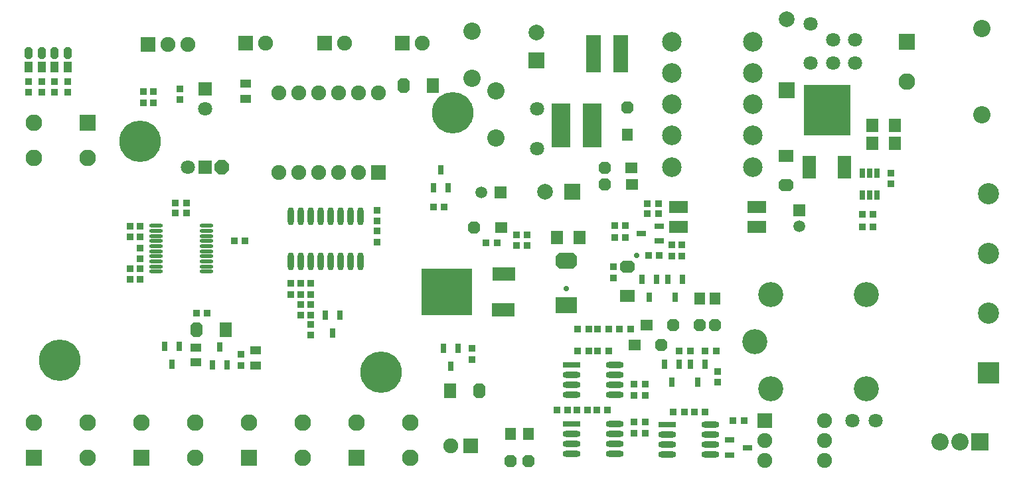
<source format=gts>
%FSLAX25Y25*%
%MOIN*%
G70*
G01*
G75*
G04 Layer_Color=8388736*
%ADD10R,0.24500X0.23000*%
%ADD11R,0.11000X0.06000*%
%ADD12R,0.05500X0.05000*%
G04:AMPARAMS|DCode=13|XSize=55mil|YSize=50mil|CornerRadius=0mil|HoleSize=0mil|Usage=FLASHONLY|Rotation=180.000|XOffset=0mil|YOffset=0mil|HoleType=Round|Shape=Octagon|*
%AMOCTAGOND13*
4,1,8,-0.02750,0.01250,-0.02750,-0.01250,-0.01500,-0.02500,0.01500,-0.02500,0.02750,-0.01250,0.02750,0.01250,0.01500,0.02500,-0.01500,0.02500,-0.02750,0.01250,0.0*
%
%ADD13OCTAGOND13*%

%ADD14R,0.08465X0.21654*%
%ADD15R,0.05500X0.06200*%
%ADD16R,0.06890X0.17716*%
%ADD17R,0.02606X0.03000*%
%ADD18R,0.05000X0.05500*%
G04:AMPARAMS|DCode=19|XSize=55mil|YSize=50mil|CornerRadius=0mil|HoleSize=0mil|Usage=FLASHONLY|Rotation=90.000|XOffset=0mil|YOffset=0mil|HoleType=Round|Shape=Octagon|*
%AMOCTAGOND19*
4,1,8,0.01250,0.02750,-0.01250,0.02750,-0.02500,0.01500,-0.02500,-0.01500,-0.01250,-0.02750,0.01250,-0.02750,0.02500,-0.01500,0.02500,0.01500,0.01250,0.02750,0.0*
%
%ADD19OCTAGOND19*%

%ADD20R,0.03000X0.02606*%
G04:AMPARAMS|DCode=21|XSize=63.78mil|YSize=53.94mil|CornerRadius=0mil|HoleSize=0mil|Usage=FLASHONLY|Rotation=0.000|XOffset=0mil|YOffset=0mil|HoleType=Round|Shape=Octagon|*
%AMOCTAGOND21*
4,1,8,0.03189,-0.01348,0.03189,0.01348,0.01841,0.02697,-0.01841,0.02697,-0.03189,0.01348,-0.03189,-0.01348,-0.01841,-0.02697,0.01841,-0.02697,0.03189,-0.01348,0.0*
%
%ADD21OCTAGOND21*%

%ADD22R,0.06378X0.05394*%
%ADD23R,0.01772X0.03937*%
%ADD24R,0.05000X0.03500*%
%ADD25O,0.05906X0.01181*%
G04:AMPARAMS|DCode=26|XSize=50mil|YSize=35mil|CornerRadius=0mil|HoleSize=0mil|Usage=FLASHONLY|Rotation=90.000|XOffset=0mil|YOffset=0mil|HoleType=Round|Shape=Octagon|*
%AMOCTAGOND26*
4,1,8,0.00875,0.02500,-0.00875,0.02500,-0.01750,0.01625,-0.01750,-0.01625,-0.00875,-0.02500,0.00875,-0.02500,0.01750,-0.01625,0.01750,0.01625,0.00875,0.02500,0.0*
%
%ADD26OCTAGOND26*%

%ADD27R,0.03500X0.05000*%
%ADD28O,0.08268X0.02362*%
%ADD29R,0.08268X0.02362*%
%ADD30R,0.03937X0.01772*%
%ADD31R,0.08661X0.05512*%
%ADD32O,0.02362X0.08268*%
%ADD33R,0.05394X0.06378*%
G04:AMPARAMS|DCode=34|XSize=63.78mil|YSize=53.94mil|CornerRadius=0mil|HoleSize=0mil|Usage=FLASHONLY|Rotation=270.000|XOffset=0mil|YOffset=0mil|HoleType=Round|Shape=Octagon|*
%AMOCTAGOND34*
4,1,8,-0.01348,-0.03189,0.01348,-0.03189,0.02697,-0.01841,0.02697,0.01841,0.01348,0.03189,-0.01348,0.03189,-0.02697,0.01841,-0.02697,-0.01841,-0.01348,-0.03189,0.0*
%
%ADD34OCTAGOND34*%

%ADD35R,0.06000X0.11000*%
%ADD36R,0.23000X0.24500*%
%ADD37R,0.10000X0.07480*%
G04:AMPARAMS|DCode=38|XSize=100mil|YSize=74.8mil|CornerRadius=0mil|HoleSize=0mil|Usage=FLASHONLY|Rotation=180.000|XOffset=0mil|YOffset=0mil|HoleType=Round|Shape=Octagon|*
%AMOCTAGOND38*
4,1,8,-0.05000,0.01870,-0.05000,-0.01870,-0.03130,-0.03740,0.03130,-0.03740,0.05000,-0.01870,0.05000,0.01870,0.03130,0.03740,-0.03130,0.03740,-0.05000,0.01870,0.0*
%
%ADD38OCTAGOND38*%

%ADD39C,0.03000*%
%ADD40C,0.01500*%
%ADD41C,0.00600*%
%ADD42R,0.28400X0.26800*%
%ADD43R,0.05600X0.14500*%
%ADD44R,0.06100X0.13000*%
%ADD45R,0.24800X0.08400*%
%ADD46R,0.09200X0.98600*%
%ADD47R,0.23200X0.12400*%
%ADD48R,0.07000X0.06000*%
%ADD49R,0.09000X0.01500*%
%ADD50R,0.29000X0.08500*%
%ADD51R,0.06500X0.36000*%
%ADD52R,0.56000X0.11500*%
%ADD53R,0.06000X0.16000*%
%ADD54R,0.09500X0.26900*%
%ADD55R,1.04500X0.12000*%
%ADD56R,0.06000X0.44500*%
%ADD57R,0.27000X0.07000*%
%ADD58R,0.10000X0.15500*%
%ADD59R,0.08000X0.38000*%
%ADD60R,0.19600X0.03800*%
%ADD61R,0.05500X0.15000*%
%ADD62R,0.10000X0.14000*%
%ADD63R,0.09000X0.38500*%
%ADD64R,0.14000X0.05500*%
%ADD65R,0.05500X0.09100*%
%ADD66R,0.05500X0.02700*%
%ADD67R,0.22800X0.08500*%
%ADD68R,0.38200X0.07200*%
%ADD69R,0.07300X0.15800*%
%ADD70R,0.05900X0.05000*%
%ADD71C,0.07087*%
%ADD72R,0.07087X0.07087*%
%ADD73C,0.07874*%
%ADD74C,0.09843*%
%ADD75R,0.09843X0.09843*%
%ADD76R,0.07087X0.07087*%
%ADD77C,0.20000*%
%ADD78C,0.06299*%
%ADD79R,0.06299X0.06299*%
G04:AMPARAMS|DCode=80|XSize=62.99mil|YSize=62.99mil|CornerRadius=0mil|HoleSize=0mil|Usage=FLASHONLY|Rotation=180.000|XOffset=0mil|YOffset=0mil|HoleType=Round|Shape=Octagon|*
%AMOCTAGOND80*
4,1,8,-0.03150,0.01575,-0.03150,-0.01575,-0.01575,-0.03150,0.01575,-0.03150,0.03150,-0.01575,0.03150,0.01575,0.01575,0.03150,-0.01575,0.03150,-0.03150,0.01575,0.0*
%
%ADD80OCTAGOND80*%

%ADD81R,0.06299X0.06299*%
%ADD82R,0.06693X0.06693*%
%ADD83C,0.06693*%
%ADD84C,0.11811*%
%ADD85R,0.06693X0.06693*%
%ADD86R,0.07874X0.07874*%
%ADD87C,0.07480*%
%ADD88R,0.07480X0.07480*%
%ADD89C,0.05118*%
%ADD90R,0.05118X0.05118*%
%ADD91C,0.09055*%
%ADD92R,0.05118X0.05118*%
%ADD93C,0.02362*%
%ADD94C,0.01969*%
%ADD95C,0.03150*%
%ADD96C,0.06000*%
%ADD97R,0.03347X0.06299*%
%ADD98R,0.07200X0.15300*%
%ADD99R,0.29700X0.03000*%
%ADD100R,0.10400X0.54200*%
%ADD101R,0.08700X0.08300*%
%ADD102R,0.09700X0.43800*%
%ADD103R,0.10000X0.12500*%
%ADD104R,0.04000X0.38900*%
%ADD105R,0.22000X0.04000*%
%ADD106R,0.04000X0.08500*%
%ADD107R,0.08000X0.32000*%
%ADD108R,0.04000X0.16500*%
%ADD109R,0.27500X0.04500*%
%ADD110R,0.08000X0.15000*%
%ADD111R,0.95500X0.08000*%
%ADD112R,0.59100X0.30700*%
%ADD113R,0.14100X0.20000*%
%ADD114R,0.08400X0.08600*%
%ADD115R,0.12200X0.15000*%
%ADD116R,0.06700X0.11100*%
%ADD117C,0.00787*%
%ADD118C,0.01984*%
%ADD119C,0.01969*%
%ADD120C,0.01000*%
%ADD121C,0.00984*%
%ADD122C,0.00800*%
%ADD123C,0.02900*%
%ADD124C,0.00591*%
%ADD125C,0.00472*%
%ADD126R,0.06299X0.02165*%
%ADD127R,0.02165X0.06299*%
%ADD128R,0.11000X0.03000*%
%ADD129R,0.09449X0.02165*%
%ADD130R,0.09449X0.00847*%
%ADD131R,0.25300X0.23800*%
%ADD132R,0.11800X0.06800*%
%ADD133R,0.06300X0.05800*%
G04:AMPARAMS|DCode=134|XSize=63mil|YSize=58mil|CornerRadius=0mil|HoleSize=0mil|Usage=FLASHONLY|Rotation=180.000|XOffset=0mil|YOffset=0mil|HoleType=Round|Shape=Octagon|*
%AMOCTAGOND134*
4,1,8,-0.03150,0.01450,-0.03150,-0.01450,-0.01700,-0.02900,0.01700,-0.02900,0.03150,-0.01450,0.03150,0.01450,0.01700,0.02900,-0.01700,0.02900,-0.03150,0.01450,0.0*
%
%ADD134OCTAGOND134*%

%ADD135R,0.09265X0.22453*%
%ADD136R,0.06300X0.07000*%
%ADD137R,0.07690X0.18517*%
%ADD138R,0.03406X0.03800*%
%ADD139R,0.05800X0.06300*%
G04:AMPARAMS|DCode=140|XSize=63mil|YSize=58mil|CornerRadius=0mil|HoleSize=0mil|Usage=FLASHONLY|Rotation=90.000|XOffset=0mil|YOffset=0mil|HoleType=Round|Shape=Octagon|*
%AMOCTAGOND140*
4,1,8,0.01450,0.03150,-0.01450,0.03150,-0.02900,0.01700,-0.02900,-0.01700,-0.01450,-0.03150,0.01450,-0.03150,0.02900,-0.01700,0.02900,0.01700,0.01450,0.03150,0.0*
%
%ADD140OCTAGOND140*%

%ADD141R,0.03800X0.03406*%
G04:AMPARAMS|DCode=142|XSize=71.78mil|YSize=61.94mil|CornerRadius=0mil|HoleSize=0mil|Usage=FLASHONLY|Rotation=0.000|XOffset=0mil|YOffset=0mil|HoleType=Round|Shape=Octagon|*
%AMOCTAGOND142*
4,1,8,0.03589,-0.01548,0.03589,0.01548,0.02041,0.03097,-0.02041,0.03097,-0.03589,0.01548,-0.03589,-0.01548,-0.02041,-0.03097,0.02041,-0.03097,0.03589,-0.01548,0.0*
%
%ADD142OCTAGOND142*%

%ADD143R,0.07178X0.06194*%
%ADD144R,0.02572X0.04737*%
%ADD145R,0.05800X0.04300*%
%ADD146O,0.06706X0.01981*%
G04:AMPARAMS|DCode=147|XSize=58mil|YSize=43mil|CornerRadius=0mil|HoleSize=0mil|Usage=FLASHONLY|Rotation=90.000|XOffset=0mil|YOffset=0mil|HoleType=Round|Shape=Octagon|*
%AMOCTAGOND147*
4,1,8,0.01075,0.02900,-0.01075,0.02900,-0.02150,0.01825,-0.02150,-0.01825,-0.01075,-0.02900,0.01075,-0.02900,0.02150,-0.01825,0.02150,0.01825,0.01075,0.02900,0.0*
%
%ADD147OCTAGOND147*%

%ADD148R,0.04300X0.05800*%
%ADD149O,0.09068X0.03162*%
%ADD150R,0.09068X0.03162*%
%ADD151R,0.04737X0.02572*%
%ADD152R,0.09461X0.06312*%
%ADD153O,0.03162X0.09068*%
%ADD154R,0.06194X0.07178*%
G04:AMPARAMS|DCode=155|XSize=71.78mil|YSize=61.94mil|CornerRadius=0mil|HoleSize=0mil|Usage=FLASHONLY|Rotation=270.000|XOffset=0mil|YOffset=0mil|HoleType=Round|Shape=Octagon|*
%AMOCTAGOND155*
4,1,8,-0.01548,-0.03589,0.01548,-0.03589,0.03097,-0.02041,0.03097,0.02041,0.01548,0.03589,-0.01548,0.03589,-0.03097,0.02041,-0.03097,-0.02041,-0.01548,-0.03589,0.0*
%
%ADD155OCTAGOND155*%

%ADD156R,0.06800X0.11800*%
%ADD157R,0.23800X0.25300*%
%ADD158R,0.10800X0.08280*%
G04:AMPARAMS|DCode=159|XSize=108mil|YSize=82.8mil|CornerRadius=0mil|HoleSize=0mil|Usage=FLASHONLY|Rotation=180.000|XOffset=0mil|YOffset=0mil|HoleType=Round|Shape=Octagon|*
%AMOCTAGOND159*
4,1,8,-0.05400,0.02070,-0.05400,-0.02070,-0.03330,-0.04140,0.03330,-0.04140,0.05400,-0.02070,0.05400,0.02070,0.03330,0.04140,-0.03330,0.04140,-0.05400,0.02070,0.0*
%
%ADD159OCTAGOND159*%

%ADD160C,0.07887*%
%ADD161R,0.07887X0.07887*%
%ADD162C,0.08674*%
%ADD163C,0.10642*%
%ADD164R,0.10642X0.10642*%
%ADD165R,0.07887X0.07887*%
%ADD166C,0.20800*%
%ADD167C,0.07099*%
%ADD168R,0.07099X0.07099*%
G04:AMPARAMS|DCode=169|XSize=70.99mil|YSize=70.99mil|CornerRadius=0mil|HoleSize=0mil|Usage=FLASHONLY|Rotation=180.000|XOffset=0mil|YOffset=0mil|HoleType=Round|Shape=Octagon|*
%AMOCTAGOND169*
4,1,8,-0.03550,0.01775,-0.03550,-0.01775,-0.01775,-0.03550,0.01775,-0.03550,0.03550,-0.01775,0.03550,0.01775,0.01775,0.03550,-0.01775,0.03550,-0.03550,0.01775,0.0*
%
%ADD169OCTAGOND169*%

%ADD170R,0.07099X0.07099*%
%ADD171R,0.07493X0.07493*%
%ADD172C,0.07493*%
%ADD173C,0.12611*%
%ADD174R,0.07493X0.07493*%
%ADD175R,0.08674X0.08674*%
%ADD176C,0.08280*%
%ADD177R,0.08280X0.08280*%
%ADD178C,0.05918*%
%ADD179R,0.05918X0.05918*%
%ADD180C,0.09855*%
%ADD181R,0.05918X0.05918*%
%ADD182C,0.02769*%
%ADD183C,0.03162*%
D131*
X220365Y92800D02*
D03*
D132*
X248977Y101645D02*
D03*
X248877Y83845D02*
D03*
D133*
X313350Y146900D02*
D03*
X247750Y125000D02*
D03*
X320750Y76000D02*
D03*
X313250Y155000D02*
D03*
X314750Y66000D02*
D03*
D134*
X299850Y146900D02*
D03*
X234250Y125000D02*
D03*
X334250Y76000D02*
D03*
X299750Y155000D02*
D03*
X328250Y66000D02*
D03*
D135*
X293374Y176400D02*
D03*
X277626D02*
D03*
D136*
X287110Y120000D02*
D03*
X275890D02*
D03*
X434198Y167385D02*
D03*
X445418D02*
D03*
X434198Y176443D02*
D03*
X445418D02*
D03*
D137*
X307890Y212500D02*
D03*
X294110D02*
D03*
D138*
X304744Y126000D02*
D03*
X310256D02*
D03*
X304744Y120000D02*
D03*
X310256D02*
D03*
X326756Y132000D02*
D03*
X321244D02*
D03*
X339756Y32500D02*
D03*
X334244D02*
D03*
X428944Y125400D02*
D03*
X434456D02*
D03*
X89756Y137500D02*
D03*
X84244D02*
D03*
Y132500D02*
D03*
X89756D02*
D03*
X219256Y135500D02*
D03*
X213744D02*
D03*
X275744Y33500D02*
D03*
X281256D02*
D03*
X295744D02*
D03*
X301256D02*
D03*
X286244Y63000D02*
D03*
X291756D02*
D03*
X296244D02*
D03*
X301756D02*
D03*
X342756D02*
D03*
X337244D02*
D03*
X355756D02*
D03*
X350244D02*
D03*
X369756Y28000D02*
D03*
X364244D02*
D03*
X286244Y74000D02*
D03*
X291756D02*
D03*
X321244Y137000D02*
D03*
X326756D02*
D03*
X321744Y111000D02*
D03*
X327256D02*
D03*
X100256Y82000D02*
D03*
X94744D02*
D03*
X344744Y32500D02*
D03*
X350256D02*
D03*
X245756Y117500D02*
D03*
X240244D02*
D03*
X428944Y131900D02*
D03*
X434456D02*
D03*
X119256Y118500D02*
D03*
X113744D02*
D03*
X291256Y33500D02*
D03*
X285744D02*
D03*
X301756Y74000D02*
D03*
X296244D02*
D03*
X307244D02*
D03*
X312756D02*
D03*
D139*
X311000Y171750D02*
D03*
X252500Y21250D02*
D03*
X261500D02*
D03*
X355000Y89530D02*
D03*
X347500D02*
D03*
D140*
X311000Y185250D02*
D03*
X252500Y7750D02*
D03*
X261500D02*
D03*
X355000Y76029D02*
D03*
X347500D02*
D03*
D141*
X86500Y189244D02*
D03*
Y194756D02*
D03*
X66500Y120244D02*
D03*
Y125756D02*
D03*
X61500Y125756D02*
D03*
Y120244D02*
D03*
X142000Y91465D02*
D03*
Y96976D02*
D03*
X117000Y55744D02*
D03*
Y61256D02*
D03*
X30000Y192965D02*
D03*
Y198476D02*
D03*
X152000Y76512D02*
D03*
Y71000D02*
D03*
X10500Y198476D02*
D03*
Y192965D02*
D03*
X17000Y198476D02*
D03*
Y192965D02*
D03*
X320000Y21744D02*
D03*
Y27256D02*
D03*
X314500D02*
D03*
Y21744D02*
D03*
X320000Y46256D02*
D03*
Y40744D02*
D03*
X314500D02*
D03*
Y46256D02*
D03*
X356500Y52756D02*
D03*
Y47244D02*
D03*
X304000Y105256D02*
D03*
Y99744D02*
D03*
X23500Y192965D02*
D03*
Y198476D02*
D03*
X338500Y116256D02*
D03*
Y110744D02*
D03*
X333500D02*
D03*
Y116256D02*
D03*
X66500Y104500D02*
D03*
Y98988D02*
D03*
X61500Y104500D02*
D03*
Y98988D02*
D03*
X66500Y109244D02*
D03*
Y114756D02*
D03*
X185500Y123256D02*
D03*
Y117744D02*
D03*
Y128244D02*
D03*
Y133756D02*
D03*
X152000Y91465D02*
D03*
Y96976D02*
D03*
X147000Y91465D02*
D03*
Y96976D02*
D03*
Y81000D02*
D03*
Y86512D02*
D03*
X152000Y81000D02*
D03*
Y86512D02*
D03*
X68000Y187744D02*
D03*
Y193256D02*
D03*
X73000Y187744D02*
D03*
Y193256D02*
D03*
X443300Y146944D02*
D03*
Y152456D02*
D03*
X233000Y58744D02*
D03*
Y64256D02*
D03*
X255500Y121456D02*
D03*
Y115944D02*
D03*
X260800Y121456D02*
D03*
Y115944D02*
D03*
D142*
X390600Y146497D02*
D03*
X311000Y105303D02*
D03*
D143*
X390600Y161103D02*
D03*
X311000Y90697D02*
D03*
D144*
X428960Y141400D02*
D03*
X432700D02*
D03*
X436440D02*
D03*
Y152400D02*
D03*
X432700D02*
D03*
X428960D02*
D03*
X102760Y56035D02*
D03*
X110240D02*
D03*
X106500Y64965D02*
D03*
X166740Y80965D02*
D03*
X159260D02*
D03*
X163000Y72035D02*
D03*
X213760Y145035D02*
D03*
X221240D02*
D03*
X217500Y153965D02*
D03*
X337240Y56465D02*
D03*
X329760D02*
D03*
X333500Y47535D02*
D03*
X350240Y56465D02*
D03*
X342760D02*
D03*
X346500Y47535D02*
D03*
X338740Y98965D02*
D03*
X331260D02*
D03*
X335000Y90035D02*
D03*
X325740Y98965D02*
D03*
X318260D02*
D03*
X322000Y90035D02*
D03*
X86240Y65465D02*
D03*
X78760D02*
D03*
X82500Y56535D02*
D03*
X226240Y64465D02*
D03*
X218760D02*
D03*
X222500Y55535D02*
D03*
D145*
X94500Y64740D02*
D03*
Y57260D02*
D03*
X124500Y55760D02*
D03*
Y63240D02*
D03*
X119500Y197240D02*
D03*
Y189760D02*
D03*
D146*
X99598Y102984D02*
D03*
Y105543D02*
D03*
Y108102D02*
D03*
Y110661D02*
D03*
Y113221D02*
D03*
Y115779D02*
D03*
Y118339D02*
D03*
Y120898D02*
D03*
Y123457D02*
D03*
Y126016D02*
D03*
X74402Y102984D02*
D03*
Y105543D02*
D03*
Y108102D02*
D03*
Y110661D02*
D03*
Y113221D02*
D03*
Y115779D02*
D03*
Y118339D02*
D03*
Y120898D02*
D03*
Y123457D02*
D03*
Y126016D02*
D03*
D147*
X10474Y212721D02*
D03*
X16974D02*
D03*
X29974D02*
D03*
X23474D02*
D03*
D148*
X10474Y205721D02*
D03*
X16974D02*
D03*
X29974D02*
D03*
X23474D02*
D03*
D149*
X304827Y41000D02*
D03*
Y46000D02*
D03*
Y51000D02*
D03*
Y56000D02*
D03*
X283173Y41000D02*
D03*
Y46000D02*
D03*
Y51000D02*
D03*
X304827Y11500D02*
D03*
Y16500D02*
D03*
Y21500D02*
D03*
Y26500D02*
D03*
X283173Y11500D02*
D03*
Y16500D02*
D03*
Y21500D02*
D03*
X352827Y11000D02*
D03*
Y16000D02*
D03*
Y21000D02*
D03*
Y26000D02*
D03*
X331173Y11000D02*
D03*
Y16000D02*
D03*
Y21000D02*
D03*
D150*
X283173Y56000D02*
D03*
Y26500D02*
D03*
X331173Y26000D02*
D03*
D151*
X362535Y18240D02*
D03*
Y10760D02*
D03*
X371465Y14500D02*
D03*
X318035Y122000D02*
D03*
X326965Y125740D02*
D03*
Y118260D02*
D03*
D152*
X376185Y135500D02*
D03*
Y125500D02*
D03*
X336815D02*
D03*
Y135500D02*
D03*
D153*
X177000Y130819D02*
D03*
X172000D02*
D03*
X167000D02*
D03*
X162000D02*
D03*
X157000D02*
D03*
X152000D02*
D03*
X147000D02*
D03*
X142000D02*
D03*
X177000Y108181D02*
D03*
X172000D02*
D03*
X167000D02*
D03*
X162000D02*
D03*
X157000D02*
D03*
X152000D02*
D03*
X147000D02*
D03*
X142000D02*
D03*
D154*
X109360Y73808D02*
D03*
X222197Y43000D02*
D03*
X213303Y196500D02*
D03*
D155*
X94754Y73808D02*
D03*
X236803Y43000D02*
D03*
X198697Y196500D02*
D03*
D156*
X402445Y155523D02*
D03*
X420245Y155423D02*
D03*
D157*
X411400Y184035D02*
D03*
D158*
X280300Y86080D02*
D03*
D159*
Y108520D02*
D03*
D160*
X265500Y222990D02*
D03*
X269710Y143000D02*
D03*
X391100Y229813D02*
D03*
D161*
X265500Y209210D02*
D03*
X391100Y193987D02*
D03*
D162*
X245100Y193811D02*
D03*
X245100Y170189D02*
D03*
X489057Y224962D02*
D03*
Y181655D02*
D03*
X478000Y17500D02*
D03*
X468000D02*
D03*
X233000Y223711D02*
D03*
Y200089D02*
D03*
D163*
X492270Y142200D02*
D03*
Y112200D02*
D03*
Y82200D02*
D03*
D164*
Y52200D02*
D03*
D165*
X283490Y143000D02*
D03*
D166*
X223557Y182808D02*
D03*
X66557Y168308D02*
D03*
X26057Y58308D02*
D03*
X187557Y52308D02*
D03*
D167*
X90557Y155308D02*
D03*
X99057Y184808D02*
D03*
X265600Y184700D02*
D03*
Y164700D02*
D03*
X424094Y28220D02*
D03*
X435906D02*
D03*
X425500Y219406D02*
D03*
Y207594D02*
D03*
X414400Y219406D02*
D03*
Y207594D02*
D03*
X403200Y227343D02*
D03*
Y207658D02*
D03*
D168*
X99057Y155308D02*
D03*
D169*
X107557D02*
D03*
D170*
X99057Y194808D02*
D03*
D171*
X380000Y28220D02*
D03*
X186057Y152808D02*
D03*
D172*
X380000Y18221D02*
D03*
Y8220D02*
D03*
X410000D02*
D03*
Y18221D02*
D03*
Y28220D02*
D03*
X129557Y217808D02*
D03*
X90500Y217220D02*
D03*
X80500D02*
D03*
X208057Y217808D02*
D03*
X169057D02*
D03*
X186057Y192808D02*
D03*
X176057D02*
D03*
X166057D02*
D03*
X156057D02*
D03*
X146057D02*
D03*
X136057D02*
D03*
X146057Y152808D02*
D03*
X156057D02*
D03*
X166057D02*
D03*
X176057D02*
D03*
X136057D02*
D03*
X222500Y15500D02*
D03*
D173*
X431089Y44064D02*
D03*
Y91308D02*
D03*
X383057Y44064D02*
D03*
Y91308D02*
D03*
X375183Y67686D02*
D03*
D174*
X119557Y217808D02*
D03*
X70500Y217220D02*
D03*
X198057Y217808D02*
D03*
X159057D02*
D03*
X232500Y15500D02*
D03*
D175*
X488000Y17500D02*
D03*
D176*
X451500Y198500D02*
D03*
X39943Y9450D02*
D03*
Y27166D02*
D03*
X13171D02*
D03*
X93943Y9450D02*
D03*
Y27166D02*
D03*
X67172D02*
D03*
X147943Y9450D02*
D03*
Y27166D02*
D03*
X121171D02*
D03*
X201943Y9450D02*
D03*
Y27166D02*
D03*
X175171D02*
D03*
X13171Y177666D02*
D03*
Y159950D02*
D03*
X39943D02*
D03*
D177*
X451500Y218500D02*
D03*
X13171Y9450D02*
D03*
X67172D02*
D03*
X121171D02*
D03*
X175171D02*
D03*
X39943Y177666D02*
D03*
D178*
X397300Y125763D02*
D03*
X237679Y142700D02*
D03*
D179*
X397300Y133637D02*
D03*
D180*
X333449Y171250D02*
D03*
Y187000D02*
D03*
Y202750D02*
D03*
X374000Y186996D02*
D03*
X333449Y155500D02*
D03*
Y218500D02*
D03*
X374000D02*
D03*
Y202744D02*
D03*
Y171248D02*
D03*
Y155500D02*
D03*
D181*
X247521Y142700D02*
D03*
D182*
X315600Y111000D02*
D03*
X280300Y94400D02*
D03*
D183*
X406100Y183767D02*
D03*
Y180700D02*
D03*
Y186833D02*
D03*
Y189900D02*
D03*
X409533Y183767D02*
D03*
Y180700D02*
D03*
Y186833D02*
D03*
Y189900D02*
D03*
X412967Y183767D02*
D03*
Y180700D02*
D03*
Y186833D02*
D03*
Y189900D02*
D03*
X416400Y183767D02*
D03*
Y180700D02*
D03*
Y186833D02*
D03*
Y189900D02*
D03*
M02*

</source>
